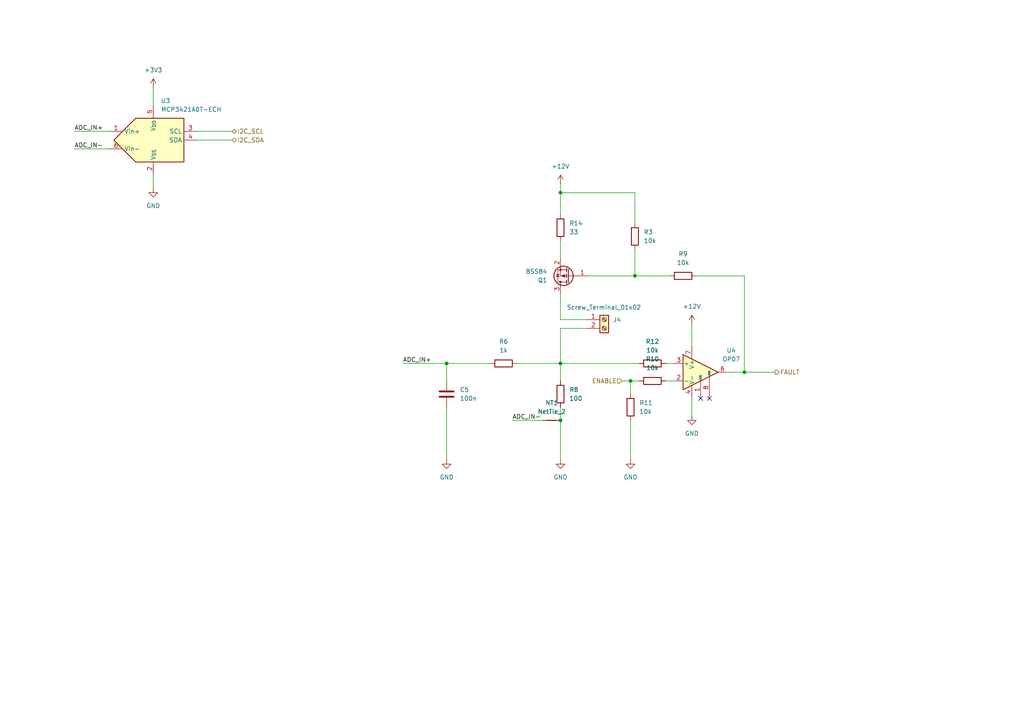
<source format=kicad_sch>
(kicad_sch (version 20231120) (generator "eeschema") (generator_version "8.0")
  (paper "A4")
  (lib_symbols
    (symbol "Amplifier_Operational:OP07" (pin_names (offset 0.127))
      (property "Reference" "U" (at 1.27 6.35 0))
      (property "Value" "OP07" (at 1.27 3.81 0))
      (symbol "OP07_0_1"
        (polyline (pts (xy -5.08 5.08) (xy 5.08 0) (xy -5.08 -5.08) (xy -5.08 5.08)) (stroke (width 0.254)) (fill (type background)))
      )
      (symbol "OP07_1_1"
        (pin input line (at 0 -7.62 90) (length 5.08) (name "VOS") (number "1"))
        (pin input line (at -7.62 -2.54 0) (length 2.54) (name "-") (number "2"))
        (pin input line (at -7.62 2.54 0) (length 2.54) (name "+") (number "3"))
        (pin power_in line (at -2.54 -7.62 90) (length 3.81) (name "V-") (number "4"))
        (pin no_connect line (at 0 2.54 270) (length 2.54) hide (name "NC") (number "5"))
        (pin output line (at 7.62 0 180) (length 2.54) (name "~") (number "6"))
        (pin power_in line (at -2.54 7.62 270) (length 3.81) (name "V+") (number "7"))
        (pin input line (at 2.54 -7.62 90) (length 6.35) (name "VOS") (number "8"))
      )
    )
    (symbol "Analog_ADC:MCP3421A0T-ECH"
      (property "Reference" "U" (at -10.16 7.62 0))
      (property "Value" "MCP3421A0T-ECH" (at 2.54 7.62 0))
      (symbol "MCP3421A0T-ECH_0_1"
        (polyline (pts (xy -5.08 6.35) (xy 8.89 6.35) (xy 8.89 0) (xy 8.89 -6.35) (xy -5.08 -6.35) (xy -11.43 0) (xy -5.08 6.35)) (stroke (width 0.254)) (fill (type background)))
      )
      (symbol "MCP3421A0T-ECH_1_1"
        (pin passive line (at -12.7 2.54 0) (length 3.81) (name "Vin+") (number "1"))
        (pin power_in line (at 0 -10.16 90) (length 3.81) (name "V_{SS}") (number "2"))
        (pin input line (at 12.7 2.54 180) (length 3.81) (name "SCL") (number "3"))
        (pin bidirectional line (at 12.7 0 180) (length 3.81) (name "SDA") (number "4"))
        (pin power_in line (at 0 10.16 270) (length 3.81) (name "V_{DD}") (number "5"))
        (pin passive line (at -12.7 -2.54 0) (length 3.81) (name "Vin-") (number "6"))
      )
    )
    (symbol "Connector:Screw_Terminal_01x02" (pin_names (offset 1.016) hide)
      (property "Reference" "J" (at 0 2.54 0))
      (property "Value" "Screw_Terminal_01x02" (at 0 -5.08 0))
      (symbol "Screw_Terminal_01x02_1_1"
        (rectangle (start -1.27 1.27) (end 1.27 -3.81) (stroke (width 0.254)) (fill (type background)))
        (circle (center 0 -2.54) (radius 0.635) (stroke (width 0.1524)))
        (polyline (pts (xy -0.5334 -2.2098) (xy 0.3302 -3.048)) (stroke (width 0.1524)))
        (polyline (pts (xy -0.5334 0.3302) (xy 0.3302 -0.508)) (stroke (width 0.1524)))
        (polyline (pts (xy -0.3556 -2.032) (xy 0.508 -2.8702)) (stroke (width 0.1524)))
        (polyline (pts (xy -0.3556 0.508) (xy 0.508 -0.3302)) (stroke (width 0.1524)))
        (circle (center 0 0) (radius 0.635) (stroke (width 0.1524)))
        (pin passive line (at -5.08 0 0) (length 3.81) (name "Pin_1") (number "1"))
        (pin passive line (at -5.08 -2.54 0) (length 3.81) (name "Pin_2") (number "2"))
      )
    )
    (symbol "Device:C" (pin_numbers hide) (pin_names (offset 0.254))
      (property "Reference" "C" (at 0.635 2.54 0))
      (property "Value" "C" (at 0.635 -2.54 0))
      (symbol "C_0_1"
        (polyline (pts (xy -2.032 -0.762) (xy 2.032 -0.762)) (stroke (width 0.508)))
        (polyline (pts (xy -2.032 0.762) (xy 2.032 0.762)) (stroke (width 0.508)))
      )
      (symbol "C_1_1"
        (pin passive line (at 0 3.81 270) (length 2.794) (name "~") (number "1"))
        (pin passive line (at 0 -3.81 90) (length 2.794) (name "~") (number "2"))
      )
    )
    (symbol "Device:NetTie_2" (pin_numbers hide) (pin_names (offset 0) hide) (in_bom no)
      (property "Reference" "NT" (at 0 1.27 0))
      (property "Value" "NetTie_2" (at 0 -1.27 0))
      (symbol "NetTie_2_0_1"
        (polyline (pts (xy -1.27 0) (xy 1.27 0)) (stroke (width 0.254)))
      )
      (symbol "NetTie_2_1_1"
        (pin passive line (at -2.54 0 0) (length 2.54) (name "1") (number "1"))
        (pin passive line (at 2.54 0 180) (length 2.54) (name "2") (number "2"))
      )
    )
    (symbol "Device:R" (pin_numbers hide) (pin_names (offset 0))
      (property "Reference" "R" (at 2.032 0 90))
      (property "Value" "R" (at 0 0 90))
      (symbol "R_0_1"
        (rectangle (start -1.016 -2.54) (end 1.016 2.54) (stroke (width 0.254)))
      )
      (symbol "R_1_1"
        (pin passive line (at 0 3.81 270) (length 1.27) (name "~") (number "1"))
        (pin passive line (at 0 -3.81 90) (length 1.27) (name "~") (number "2"))
      )
    )
    (symbol "Transistor_FET:BSS84" (pin_names hide)
      (property "Reference" "Q" (at 5.08 1.905 0))
      (property "Value" "BSS84" (at 5.08 0 0))
      (symbol "BSS84_0_1"
        (polyline (pts (xy 0.254 0) (xy -2.54 0)))
        (polyline (pts (xy 0.254 1.905) (xy 0.254 -1.905)) (stroke (width 0.254)))
        (polyline (pts (xy 0.762 -1.27) (xy 0.762 -2.286)) (stroke (width 0.254)))
        (polyline (pts (xy 0.762 0.508) (xy 0.762 -0.508)) (stroke (width 0.254)))
        (polyline (pts (xy 0.762 2.286) (xy 0.762 1.27)) (stroke (width 0.254)))
        (polyline (pts (xy 2.54 2.54) (xy 2.54 1.778)))
        (polyline (pts (xy 2.54 -2.54) (xy 2.54 0) (xy 0.762 0)))
        (polyline (pts (xy 0.762 1.778) (xy 3.302 1.778) (xy 3.302 -1.778) (xy 0.762 -1.778)))
        (polyline (pts (xy 2.286 0) (xy 1.27 0.381) (xy 1.27 -0.381) (xy 2.286 0)) (fill (type outline)))
        (polyline (pts (xy 2.794 -0.508) (xy 2.921 -0.381) (xy 3.683 -0.381) (xy 3.81 -0.254)))
        (polyline (pts (xy 3.302 -0.381) (xy 2.921 0.254) (xy 3.683 0.254) (xy 3.302 -0.381)))
        (circle (center 1.651 0) (radius 2.794) (stroke (width 0.254)))
        (circle (center 2.54 -1.778) (radius 0.254) (fill (type outline)))
        (circle (center 2.54 1.778) (radius 0.254) (fill (type outline)))
      )
      (symbol "BSS84_1_1"
        (pin input line (at -5.08 0 0) (length 2.54) (name "G") (number "1"))
        (pin passive line (at 2.54 -5.08 90) (length 2.54) (name "S") (number "2"))
        (pin passive line (at 2.54 5.08 270) (length 2.54) (name "D") (number "3"))
      )
    )
    (symbol "power:+12V" (power) (pin_numbers hide) (pin_names (offset 0) hide)
      (property "Value" "+12V" (at 0 3.556 0))
      (symbol "+12V_0_1"
        (polyline (pts (xy -0.762 1.27) (xy 0 2.54)))
        (polyline (pts (xy 0 0) (xy 0 2.54)))
        (polyline (pts (xy 0 2.54) (xy 0.762 1.27)))
      )
      (symbol "+12V_1_1"
        (pin power_in line (at 0 0 90) (length 0) (name "~") (number "1"))
      )
    )
    (symbol "power:+3V3" (power) (pin_numbers hide) (pin_names (offset 0) hide)
      (property "Value" "+3V3" (at 0 3.556 0))
      (symbol "+3V3_0_1"
        (polyline (pts (xy -0.762 1.27) (xy 0 2.54)))
        (polyline (pts (xy 0 0) (xy 0 2.54)))
        (polyline (pts (xy 0 2.54) (xy 0.762 1.27)))
      )
      (symbol "+3V3_1_1"
        (pin power_in line (at 0 0 90) (length 0) (name "~") (number "1"))
      )
    )
    (symbol "power:GND" (power) (pin_numbers hide) (pin_names (offset 0) hide)
      (property "Value" "GND" (at 0 -3.81 0))
      (symbol "GND_0_1"
        (polyline (pts (xy 0 0) (xy 0 -1.27) (xy 1.27 -1.27) (xy 0 -2.54) (xy -1.27 -1.27) (xy 0 -1.27)))
      )
      (symbol "GND_1_1"
        (pin power_in line (at 0 0 270) (length 0) (name "~") (number "1"))
      )
    )
  )
  (junction (at 162.56 105.41))
  (junction (at 129.54 105.41))
  (junction (at 162.56 121.92))
  (junction (at 162.56 55.88))
  (junction (at 182.88 110.49))
  (junction (at 215.9 107.95))
  (junction (at 184.15 80.01))
  (no_connect (at 203.2 115.57))
  (no_connect (at 205.74 115.57))
  (wire (pts (xy 129.54 105.41) (xy 142.24 105.41)))
  (wire (pts (xy 200.66 115.57) (xy 200.66 120.65)))
  (wire (pts (xy 184.15 80.01) (xy 194.31 80.01)))
  (wire (pts (xy 57.15 40.64) (xy 67.31 40.64)))
  (wire (pts (xy 129.54 105.41) (xy 129.54 110.49)))
  (wire (pts (xy 162.56 118.11) (xy 162.56 121.92)))
  (wire (pts (xy 184.15 72.39) (xy 184.15 80.01)))
  (wire (pts (xy 180.34 110.49) (xy 182.88 110.49)))
  (wire (pts (xy 116.84 105.41) (xy 129.54 105.41)))
  (wire (pts (xy 210.82 107.95) (xy 215.9 107.95)))
  (wire (pts (xy 57.15 38.1) (xy 67.31 38.1)))
  (wire (pts (xy 162.56 95.25) (xy 170.18 95.25)))
  (wire (pts (xy 200.66 93.98) (xy 200.66 100.33)))
  (wire (pts (xy 162.56 55.88) (xy 162.56 62.23)))
  (wire (pts (xy 184.15 64.77) (xy 184.15 55.88)))
  (wire (pts (xy 162.56 69.85) (xy 162.56 74.93)))
  (wire (pts (xy 193.04 110.49) (xy 195.58 110.49)))
  (wire (pts (xy 21.59 43.18) (xy 31.75 43.18)))
  (wire (pts (xy 162.56 53.34) (xy 162.56 55.88)))
  (wire (pts (xy 162.56 92.71) (xy 170.18 92.71)))
  (wire (pts (xy 162.56 121.92) (xy 162.56 133.35)))
  (wire (pts (xy 44.45 25.4) (xy 44.45 30.48)))
  (wire (pts (xy 162.56 95.25) (xy 162.56 105.41)))
  (wire (pts (xy 21.59 38.1) (xy 31.75 38.1)))
  (wire (pts (xy 148.59 121.92) (xy 157.48 121.92)))
  (wire (pts (xy 193.04 105.41) (xy 195.58 105.41)))
  (wire (pts (xy 162.56 85.09) (xy 162.56 92.71)))
  (wire (pts (xy 182.88 110.49) (xy 185.42 110.49)))
  (wire (pts (xy 129.54 118.11) (xy 129.54 133.35)))
  (wire (pts (xy 162.56 105.41) (xy 162.56 110.49)))
  (wire (pts (xy 149.86 105.41) (xy 162.56 105.41)))
  (wire (pts (xy 215.9 107.95) (xy 224.79 107.95)))
  (wire (pts (xy 184.15 55.88) (xy 162.56 55.88)))
  (wire (pts (xy 182.88 110.49) (xy 182.88 114.3)))
  (wire (pts (xy 162.56 105.41) (xy 185.42 105.41)))
  (wire (pts (xy 201.93 80.01) (xy 215.9 80.01)))
  (wire (pts (xy 170.18 80.01) (xy 184.15 80.01)))
  (wire (pts (xy 215.9 80.01) (xy 215.9 107.95)))
  (wire (pts (xy 44.45 50.8) (xy 44.45 54.61)))
  (wire (pts (xy 182.88 121.92) (xy 182.88 133.35)))
  (label "ADC_IN+" (at 21.59 38.1 0))
  (label "ADC_IN-" (at 148.59 121.92 0))
  (label "ADC_IN+" (at 116.84 105.41 0))
  (label "ADC_IN-" (at 21.59 43.18 0))
  (hierarchical_label "I2C_SCL" (shape bidirectional) (at 67.31 38.1 0))
  (hierarchical_label "FAULT" (shape output) (at 224.79 107.95 0))
  (hierarchical_label "I2C_SDA" (shape bidirectional) (at 67.31 40.64 0))
  (hierarchical_label "ENABLE" (shape input) (at 180.34 110.49 180))
  (symbol (lib_id "Device:R") (at 184.15 68.58 180) (unit 1)
    (property "Reference" "R3" (at 186.69 67.3099 0) (effects (justify right)))
    (property "Value" "10k" (at 186.69 69.8499 0) (effects (justify right)))
    (property "Footprint" "Resistor_SMD:R_0603_1608Metric_Pad0.98x0.95mm_HandSolder" (effects (hide yes)))
    (property "Description" "Resistor" (effects (hide yes)))
  )
  (symbol (lib_id "Device:R") (at 146.05 105.41 90) (unit 1)
    (property "Reference" "R6" (at 146.05 99.06 90))
    (property "Value" "1k" (at 146.05 101.6 90))
    (property "Footprint" "Resistor_SMD:R_0603_1608Metric_Pad0.98x0.95mm_HandSolder" (effects (hide yes)))
    (property "Description" "Resistor" (effects (hide yes)))
  )
  (symbol (lib_id "Device:R") (at 162.56 66.04 0) (unit 1)
    (property "Reference" "R14" (at 165.1 64.7699 0) (effects (justify left)))
    (property "Value" "33" (at 165.1 67.3099 0) (effects (justify left)))
    (property "Footprint" "Resistor_SMD:R_0805_2012Metric_Pad1.20x1.40mm_HandSolder" (effects (hide yes)))
    (property "Description" "Resistor" (effects (hide yes)))
  )
  (symbol (lib_id "power:GND") (at 162.56 133.35 0) (unit 1)
    (property "Reference" "#PWR038" (effects (hide yes)))
    (property "Value" "GND" (at 162.56 138.43 0))
    (property "Description" "Power symbol creates a global label with name \"GND\" , ground" (effects (hide yes)))
  )
  (symbol (lib_id "Device:R") (at 198.12 80.01 90) (unit 1)
    (property "Reference" "R9" (at 198.12 73.66 90))
    (property "Value" "10k" (at 198.12 76.2 90))
    (property "Footprint" "Resistor_SMD:R_0603_1608Metric_Pad0.98x0.95mm_HandSolder" (effects (hide yes)))
    (property "Description" "Resistor" (effects (hide yes)))
  )
  (symbol (lib_id "Device:R") (at 189.23 110.49 90) (unit 1)
    (property "Reference" "R10" (at 189.23 104.14 90))
    (property "Value" "10k" (at 189.23 106.68 90))
    (property "Footprint" "Resistor_SMD:R_0603_1608Metric_Pad0.98x0.95mm_HandSolder" (effects (hide yes)))
    (property "Description" "Resistor" (effects (hide yes)))
  )
  (symbol (lib_id "Device:R") (at 189.23 105.41 90) (unit 1)
    (property "Reference" "R12" (at 189.23 99.06 90))
    (property "Value" "10k" (at 189.23 101.6 90))
    (property "Footprint" "Resistor_SMD:R_0603_1608Metric_Pad0.98x0.95mm_HandSolder" (effects (hide yes)))
    (property "Description" "Resistor" (effects (hide yes)))
  )
  (symbol (lib_id "power:+12V") (at 200.66 93.98 0) (unit 1)
    (property "Reference" "#PWR03" (effects (hide yes)))
    (property "Value" "+12V" (at 200.66 88.9 0))
    (property "Description" "Power symbol creates a global label with name \"+12V\"" (effects (hide yes)))
  )
  (symbol (lib_id "Device:NetTie_2") (at 160.02 121.92 0) (unit 1) (in_bom no)
    (property "Reference" "NT1" (at 160.02 116.84 0))
    (property "Value" "NetTie_2" (at 160.02 119.38 0))
    (property "Footprint" "NetTie:NetTie-2_SMD_Pad0.5mm" (effects (hide yes)))
    (property "Description" "Net tie, 2 pins" (effects (hide yes)))
  )
  (symbol (lib_id "Device:R") (at 182.88 118.11 180) (unit 1)
    (property "Reference" "R11" (at 185.42 116.8399 0) (effects (justify right)))
    (property "Value" "10k" (at 185.42 119.3799 0) (effects (justify right)))
    (property "Footprint" "Resistor_SMD:R_0603_1608Metric_Pad0.98x0.95mm_HandSolder" (effects (hide yes)))
    (property "Description" "Resistor" (effects (hide yes)))
  )
  (symbol (lib_id "power:+3V3") (at 44.45 25.4 0) (unit 1)
    (property "Reference" "#PWR035" (effects (hide yes)))
    (property "Value" "+3V3" (at 44.45 20.32 0))
    (property "Description" "Power symbol creates a global label with name \"+3V3\"" (effects (hide yes)))
  )
  (symbol (lib_id "power:+12V") (at 162.56 53.34 0) (unit 1)
    (property "Reference" "#PWR05" (effects (hide yes)))
    (property "Value" "+12V" (at 162.56 48.26 0))
    (property "Description" "Power symbol creates a global label with name \"+12V\"" (effects (hide yes)))
  )
  (symbol (lib_id "Device:C") (at 129.54 114.3 180) (unit 1)
    (property "Reference" "C5" (at 133.35 113.0299 0) (effects (justify right)))
    (property "Value" "100n" (at 133.35 115.5699 0) (effects (justify right)))
    (property "Footprint" "Capacitor_SMD:C_0603_1608Metric_Pad1.08x0.95mm_HandSolder" (effects (hide yes)))
    (property "Description" "Unpolarized capacitor" (effects (hide yes)))
  )
  (symbol (lib_id "Transistor_FET:BSS84") (at 165.1 80.01 180) (unit 1)
    (property "Reference" "Q1" (at 158.75 81.2801 0) (effects (justify left)))
    (property "Value" "BSS84" (at 158.75 78.7401 0) (effects (justify left)))
    (property "Footprint" "Package_TO_SOT_SMD:SOT-23" (effects (hide yes)))
    (property "Datasheet" "http://assets.nexperia.com/documents/data-sheet/BSS84.pdf" (effects (hide yes)))
    (property "Description" "-0.13A Id, -50V Vds, P-Channel MOSFET, SOT-23" (effects (hide yes)))
  )
  (symbol (lib_id "power:GND") (at 182.88 133.35 0) (unit 1)
    (property "Reference" "#PWR023" (effects (hide yes)))
    (property "Value" "GND" (at 182.88 138.43 0))
    (property "Description" "Power symbol creates a global label with name \"GND\" , ground" (effects (hide yes)))
  )
  (symbol (lib_id "power:GND") (at 44.45 54.61 0) (unit 1)
    (property "Reference" "#PWR036" (effects (hide yes)))
    (property "Value" "GND" (at 44.45 59.69 0))
    (property "Description" "Power symbol creates a global label with name \"GND\" , ground" (effects (hide yes)))
  )
  (symbol (lib_id "Device:R") (at 162.56 114.3 0) (unit 1)
    (property "Reference" "R8" (at 165.1 113.0299 0) (effects (justify left)))
    (property "Value" "100" (at 165.1 115.5699 0) (effects (justify left)))
    (property "Footprint" "Resistor_SMD:R_0805_2012Metric_Pad1.20x1.40mm_HandSolder" (effects (hide yes)))
    (property "Description" "Resistor" (effects (hide yes)))
  )
  (symbol (lib_id "Amplifier_Operational:OP07") (at 203.2 107.95 0) (unit 1)
    (property "Reference" "U4" (at 212.09 101.6314 0))
    (property "Value" "OP07" (at 212.09 104.1714 0))
    (property "Footprint" "Package_SO:SO-8_3.9x4.9mm_P1.27mm" (effects (hide yes)))
    (property "Datasheet" "https://www.analog.com/media/en/technical-documentation/data-sheets/OP07.pdf" (effects (hide yes)))
    (property "Description" "Single Ultra-Low Offset Voltage Operational Amplifier, DIP-8/SOIC-8" (effects (hide yes)))
  )
  (symbol (lib_id "power:GND") (at 129.54 133.35 0) (unit 1)
    (property "Reference" "#PWR010" (effects (hide yes)))
    (property "Value" "GND" (at 129.54 138.43 0))
    (property "Description" "Power symbol creates a global label with name \"GND\" , ground" (effects (hide yes)))
  )
  (symbol (lib_id "Connector:Screw_Terminal_01x02") (at 175.26 92.71 0) (unit 1)
    (property "Reference" "J4" (at 177.8 92.7099 0) (effects (justify left)))
    (property "Value" "Screw_Terminal_01x02" (at 164.338 89.154 0) (effects (justify left)))
    (property "Footprint" "TerminalBlock_MetzConnect:TerminalBlock_MetzConnect_Type073_RT02602HBLU_1x02_P5.08mm_Horizontal" (effects (hide yes)))
    (property "Description" "Generic screw terminal, single row, 01x02, script generated (kicad-library-utils/schlib/autogen/connector/)" (effects (hide yes)))
  )
  (symbol (lib_id "power:GND") (at 200.66 120.65 0) (unit 1)
    (property "Reference" "#PWR04" (effects (hide yes)))
    (property "Value" "GND" (at 200.66 125.73 0))
    (property "Description" "Power symbol creates a global label with name \"GND\" , ground" (effects (hide yes)))
  )
  (symbol (lib_id "Analog_ADC:MCP3421A0T-ECH") (at 44.45 40.64 0) (unit 1)
    (property "Reference" "U3" (at 46.6441 29.21 0) (effects (justify left)))
    (property "Value" "MCP3421A0T-ECH" (at 46.6441 31.75 0) (effects (justify left)))
    (property "Footprint" "Package_TO_SOT_SMD:SOT-23-6" (effects (hide yes)))
    (property "Datasheet" "http://ww1.microchip.com/downloads/en/DeviceDoc/22003e.pdf" (effects (hide yes)))
    (property "Description" "Single Delta-Sigma 18bit Analog to Digital Converter, I2C Interface, SOT-23-6" (effects (hide yes)))
  )
)
</source>
